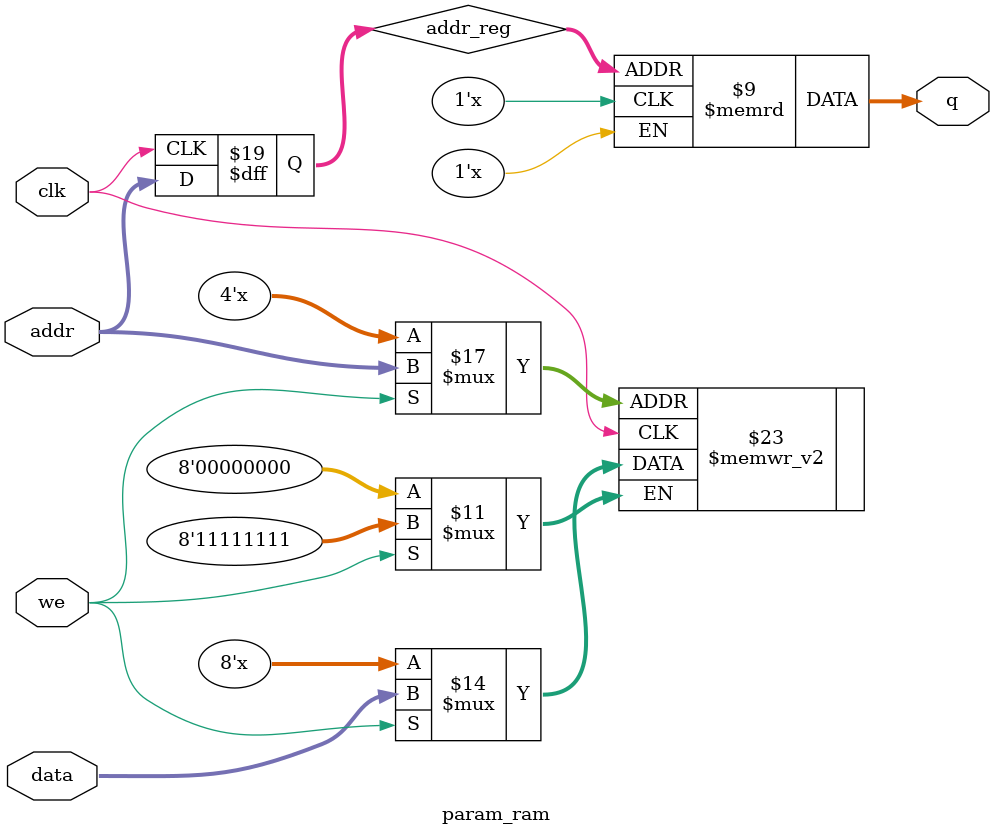
<source format=v>
module param_ram #(parameter addr_width = 4, 
                   parameter data_width = 8, 
                   parameter depth = 16) 
    (
    input clk,
    input we,
    input [data_width-1:0] data,
    input [addr_width-1:0] addr,
    output reg [data_width-1:0] q
);

reg [data_width-1:0] ram [depth-1:0];
reg [addr_width-1:0] addr_reg;

always @ (posedge clk)
    begin
        // Escrita da memoria
        if (we)
            ram[addr] <= data;

        addr_reg <= addr;
    end
    
// Atribuicao continua retorna dado
assign q = ram[addr_reg];
endmodule
</source>
